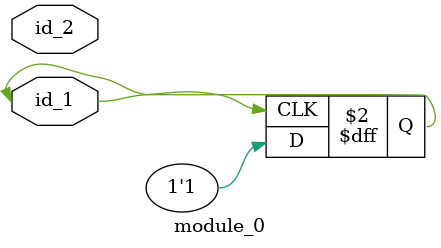
<source format=v>
module module_0 (
    id_1,
    id_2
);
  inout id_2;
  inout id_1;
  always @(posedge id_1) begin
    if (1) id_1 <= 1;
  end
endmodule

</source>
